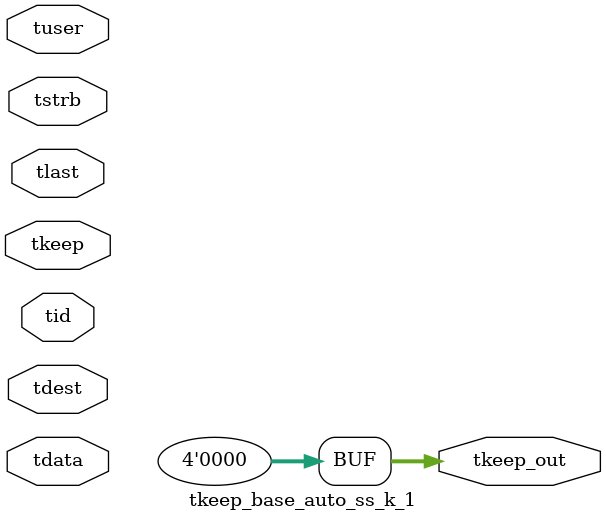
<source format=v>


`timescale 1ps/1ps

module tkeep_base_auto_ss_k_1 #
(
parameter C_S_AXIS_TDATA_WIDTH = 32,
parameter C_S_AXIS_TUSER_WIDTH = 0,
parameter C_S_AXIS_TID_WIDTH   = 0,
parameter C_S_AXIS_TDEST_WIDTH = 0,
parameter C_M_AXIS_TDATA_WIDTH = 32
)
(
input  [(C_S_AXIS_TDATA_WIDTH == 0 ? 1 : C_S_AXIS_TDATA_WIDTH)-1:0     ] tdata,
input  [(C_S_AXIS_TUSER_WIDTH == 0 ? 1 : C_S_AXIS_TUSER_WIDTH)-1:0     ] tuser,
input  [(C_S_AXIS_TID_WIDTH   == 0 ? 1 : C_S_AXIS_TID_WIDTH)-1:0       ] tid,
input  [(C_S_AXIS_TDEST_WIDTH == 0 ? 1 : C_S_AXIS_TDEST_WIDTH)-1:0     ] tdest,
input  [(C_S_AXIS_TDATA_WIDTH/8)-1:0 ] tkeep,
input  [(C_S_AXIS_TDATA_WIDTH/8)-1:0 ] tstrb,
input                                                                    tlast,
output [(C_M_AXIS_TDATA_WIDTH/8)-1:0 ] tkeep_out
);

assign tkeep_out = {1'b0};

endmodule


</source>
